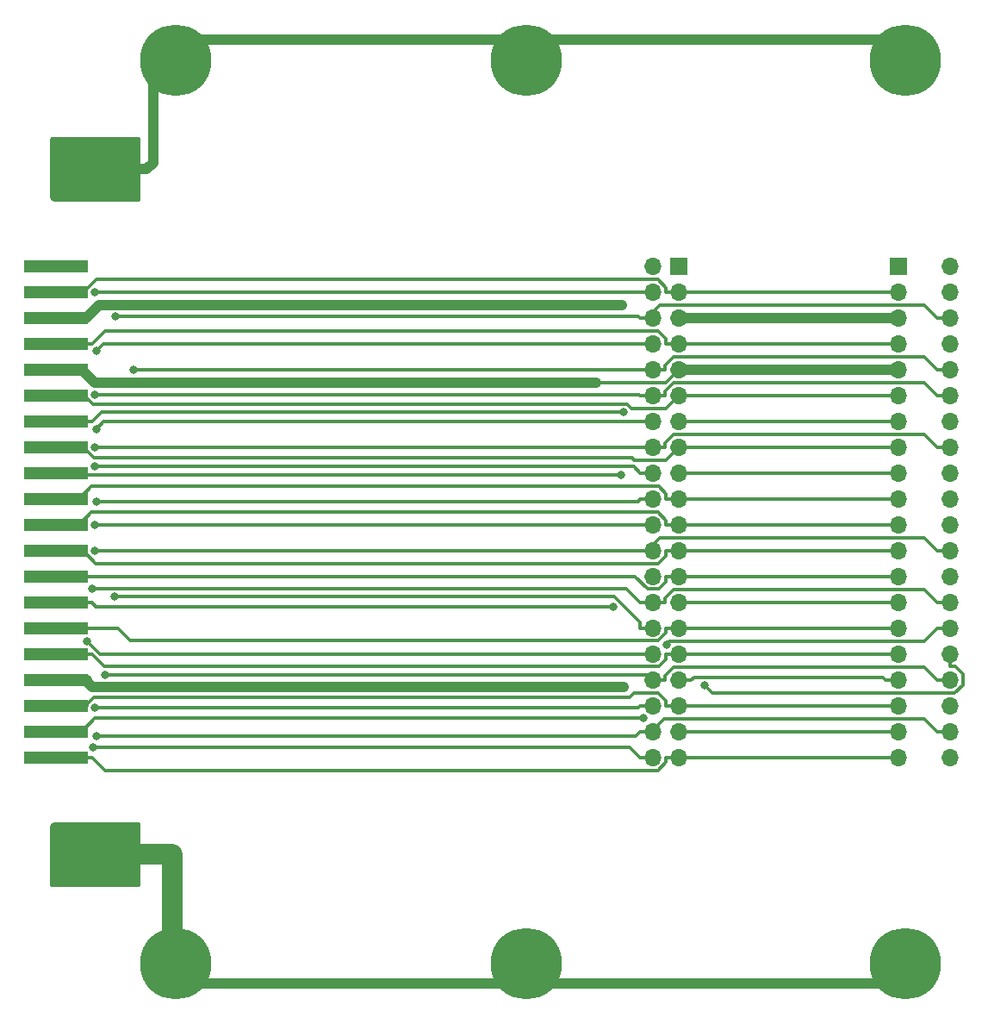
<source format=gtl>
%TF.GenerationSoftware,KiCad,Pcbnew,7.0.10-7.0.10~ubuntu22.04.1*%
%TF.CreationDate,2024-01-31T00:33:20-08:00*%
%TF.ProjectId,r11,7231312e-6b69-4636-9164-5f7063625858,rev?*%
%TF.SameCoordinates,Original*%
%TF.FileFunction,Copper,L1,Top*%
%TF.FilePolarity,Positive*%
%FSLAX46Y46*%
G04 Gerber Fmt 4.6, Leading zero omitted, Abs format (unit mm)*
G04 Created by KiCad (PCBNEW 7.0.10-7.0.10~ubuntu22.04.1) date 2024-01-31 00:33:20*
%MOMM*%
%LPD*%
G01*
G04 APERTURE LIST*
%TA.AperFunction,ConnectorPad*%
%ADD10R,6.350000X1.270000*%
%TD*%
%TA.AperFunction,ComponentPad*%
%ADD11R,1.700000X1.700000*%
%TD*%
%TA.AperFunction,ComponentPad*%
%ADD12O,1.700000X1.700000*%
%TD*%
%TA.AperFunction,ComponentPad*%
%ADD13C,7.000000*%
%TD*%
%TA.AperFunction,ViaPad*%
%ADD14C,0.800000*%
%TD*%
%TA.AperFunction,Conductor*%
%ADD15C,0.350000*%
%TD*%
%TA.AperFunction,Conductor*%
%ADD16C,1.000000*%
%TD*%
%TA.AperFunction,Conductor*%
%ADD17C,2.000000*%
%TD*%
%TA.AperFunction,Conductor*%
%ADD18C,0.500000*%
%TD*%
G04 APERTURE END LIST*
D10*
%TO.P,CMALE,1,Pin_1*%
%TO.N,/a1*%
X56896000Y-42418000D03*
%TO.P,CMALE,3,Pin_3*%
%TO.N,/a3*%
X56896000Y-44958000D03*
%TO.P,CMALE,5,Pin_5*%
%TO.N,/a5*%
X56896000Y-47498000D03*
%TO.P,CMALE,7,Pin_7*%
%TO.N,/a7*%
X56896000Y-50038000D03*
%TO.P,CMALE,9,Pin_9*%
%TO.N,/a9*%
X56896000Y-52578000D03*
%TO.P,CMALE,11,Pin_11*%
%TO.N,/a11*%
X56896000Y-55118000D03*
%TO.P,CMALE,13,Pin_13*%
%TO.N,/a13*%
X56896000Y-57658000D03*
%TO.P,CMALE,15,Pin_15*%
%TO.N,/a15*%
X56896000Y-60198000D03*
%TO.P,CMALE,17,Pin_17*%
%TO.N,/a17*%
X56896000Y-62738000D03*
%TO.P,CMALE,19,Pin_19*%
%TO.N,/a19*%
X56896000Y-65278000D03*
%TO.P,CMALE,21,Pin_21*%
%TO.N,/a21*%
X56896000Y-67818000D03*
%TO.P,CMALE,23,Pin_23*%
%TO.N,/a23*%
X56896000Y-70358000D03*
%TO.P,CMALE,25,Pin_25*%
%TO.N,/a25*%
X56896000Y-72898000D03*
%TO.P,CMALE,27,Pin_27*%
%TO.N,/a27*%
X56896000Y-75438000D03*
%TO.P,CMALE,29,Pin_29*%
%TO.N,/a29*%
X56896000Y-77978000D03*
%TO.P,CMALE,31,Pin_31*%
%TO.N,/a31*%
X56896000Y-80518000D03*
%TO.P,CMALE,33,Pin_33*%
%TO.N,/a33*%
X56896000Y-83058000D03*
%TO.P,CMALE,35,Pin_35*%
%TO.N,/a35*%
X56896000Y-85598000D03*
%TO.P,CMALE,37,Pin_37*%
%TO.N,/a37*%
X56896000Y-88138000D03*
%TO.P,CMALE,39,Pin_39*%
%TO.N,/a39*%
X56896000Y-90678000D03*
%TD*%
D11*
%TO.P,C_FEMALE,1,Pin_1*%
%TO.N,/a1*%
X139700000Y-42418000D03*
D12*
%TO.P,C_FEMALE,2,Pin_2*%
%TO.N,/a2*%
X144780000Y-42418000D03*
%TO.P,C_FEMALE,3,Pin_3*%
%TO.N,/a3*%
X139700000Y-44958000D03*
%TO.P,C_FEMALE,4,Pin_4*%
%TO.N,/a4*%
X144780000Y-44958000D03*
%TO.P,C_FEMALE,5,Pin_5*%
%TO.N,/a5*%
X139700000Y-47498000D03*
%TO.P,C_FEMALE,6,Pin_6*%
%TO.N,/a6*%
X144780000Y-47498000D03*
%TO.P,C_FEMALE,7,Pin_7*%
%TO.N,/a7*%
X139700000Y-50038000D03*
%TO.P,C_FEMALE,8,Pin_8*%
%TO.N,/a8*%
X144780000Y-50038000D03*
%TO.P,C_FEMALE,9,Pin_9*%
%TO.N,/a9*%
X139700000Y-52578000D03*
%TO.P,C_FEMALE,10,Pin_10*%
%TO.N,/a10*%
X144780000Y-52578000D03*
%TO.P,C_FEMALE,11,Pin_11*%
%TO.N,/a11*%
X139700000Y-55118000D03*
%TO.P,C_FEMALE,12,Pin_12*%
%TO.N,/a12*%
X144780000Y-55118000D03*
%TO.P,C_FEMALE,13,Pin_13*%
%TO.N,/a13*%
X139700000Y-57658000D03*
%TO.P,C_FEMALE,14,Pin_14*%
%TO.N,/a14*%
X144780000Y-57658000D03*
%TO.P,C_FEMALE,15,Pin_15*%
%TO.N,/a15*%
X139700000Y-60198000D03*
%TO.P,C_FEMALE,16,Pin_16*%
%TO.N,/a16*%
X144780000Y-60198000D03*
%TO.P,C_FEMALE,17,Pin_17*%
%TO.N,/a17*%
X139700000Y-62738000D03*
%TO.P,C_FEMALE,18,Pin_18*%
%TO.N,/a18*%
X144780000Y-62738000D03*
%TO.P,C_FEMALE,19,Pin_19*%
%TO.N,/a19*%
X139700000Y-65278000D03*
%TO.P,C_FEMALE,20,Pin_20*%
%TO.N,/a20*%
X144780000Y-65278000D03*
%TO.P,C_FEMALE,21,Pin_21*%
%TO.N,/a21*%
X139700000Y-67818000D03*
%TO.P,C_FEMALE,22,Pin_22*%
%TO.N,/a22*%
X144780000Y-67818000D03*
%TO.P,C_FEMALE,23,Pin_23*%
%TO.N,/a23*%
X139700000Y-70358000D03*
%TO.P,C_FEMALE,24,Pin_24*%
%TO.N,/a24*%
X144780000Y-70358000D03*
%TO.P,C_FEMALE,25,Pin_25*%
%TO.N,/a25*%
X139700000Y-72898000D03*
%TO.P,C_FEMALE,26,Pin_26*%
%TO.N,/a26*%
X144780000Y-72898000D03*
%TO.P,C_FEMALE,27,Pin_27*%
%TO.N,/a27*%
X139700000Y-75438000D03*
%TO.P,C_FEMALE,28,Pin_28*%
%TO.N,/a28*%
X144780000Y-75438000D03*
%TO.P,C_FEMALE,29,Pin_29*%
%TO.N,/a29*%
X139700000Y-77978000D03*
%TO.P,C_FEMALE,30,Pin_30*%
%TO.N,/a30*%
X144780000Y-77978000D03*
%TO.P,C_FEMALE,31,Pin_31*%
%TO.N,/a31*%
X139700000Y-80518000D03*
%TO.P,C_FEMALE,32,Pin_32*%
%TO.N,/a32*%
X144780000Y-80518000D03*
%TO.P,C_FEMALE,33,Pin_33*%
%TO.N,/a33*%
X139700000Y-83058000D03*
%TO.P,C_FEMALE,34,Pin_34*%
%TO.N,/a34*%
X144780000Y-83058000D03*
%TO.P,C_FEMALE,35,Pin_35*%
%TO.N,/a35*%
X139700000Y-85598000D03*
%TO.P,C_FEMALE,36,Pin_36*%
%TO.N,/a36*%
X144780000Y-85598000D03*
%TO.P,C_FEMALE,37,Pin_37*%
%TO.N,/a37*%
X139700000Y-88138000D03*
%TO.P,C_FEMALE,38,Pin_38*%
%TO.N,/a38*%
X144780000Y-88138000D03*
%TO.P,C_FEMALE,39,Pin_39*%
%TO.N,/a39*%
X139700000Y-90678000D03*
%TO.P,C_FEMALE,40,Pin_40*%
%TO.N,/a40*%
X144780000Y-90678000D03*
%TD*%
%TO.P,C_EXT,40,Pin_40*%
%TO.N,/a40*%
X115570000Y-90678000D03*
%TO.P,C_EXT,39,Pin_39*%
%TO.N,/a39*%
X118110000Y-90678000D03*
%TO.P,C_EXT,38,Pin_38*%
%TO.N,/a38*%
X115570000Y-88138000D03*
%TO.P,C_EXT,37,Pin_37*%
%TO.N,/a37*%
X118110000Y-88138000D03*
%TO.P,C_EXT,36,Pin_36*%
%TO.N,/a36*%
X115570000Y-85598000D03*
%TO.P,C_EXT,35,Pin_35*%
%TO.N,/a35*%
X118110000Y-85598000D03*
%TO.P,C_EXT,34,Pin_34*%
%TO.N,/a34*%
X115570000Y-83058000D03*
%TO.P,C_EXT,33,Pin_33*%
%TO.N,/a33*%
X118110000Y-83058000D03*
%TO.P,C_EXT,32,Pin_32*%
%TO.N,/a32*%
X115570000Y-80518000D03*
%TO.P,C_EXT,31,Pin_31*%
%TO.N,/a31*%
X118110000Y-80518000D03*
%TO.P,C_EXT,30,Pin_30*%
%TO.N,/a30*%
X115570000Y-77978000D03*
%TO.P,C_EXT,29,Pin_29*%
%TO.N,/a29*%
X118110000Y-77978000D03*
%TO.P,C_EXT,28,Pin_28*%
%TO.N,/a28*%
X115570000Y-75438000D03*
%TO.P,C_EXT,27,Pin_27*%
%TO.N,/a27*%
X118110000Y-75438000D03*
%TO.P,C_EXT,26,Pin_26*%
%TO.N,/a26*%
X115570000Y-72898000D03*
%TO.P,C_EXT,25,Pin_25*%
%TO.N,/a25*%
X118110000Y-72898000D03*
%TO.P,C_EXT,24,Pin_24*%
%TO.N,/a24*%
X115570000Y-70358000D03*
%TO.P,C_EXT,23,Pin_23*%
%TO.N,/a23*%
X118110000Y-70358000D03*
%TO.P,C_EXT,22,Pin_22*%
%TO.N,/a22*%
X115570000Y-67818000D03*
%TO.P,C_EXT,21,Pin_21*%
%TO.N,/a21*%
X118110000Y-67818000D03*
%TO.P,C_EXT,20,Pin_20*%
%TO.N,/a20*%
X115570000Y-65278000D03*
%TO.P,C_EXT,19,Pin_19*%
%TO.N,/a19*%
X118110000Y-65278000D03*
%TO.P,C_EXT,18,Pin_18*%
%TO.N,/a18*%
X115570000Y-62738000D03*
%TO.P,C_EXT,17,Pin_17*%
%TO.N,/a17*%
X118110000Y-62738000D03*
%TO.P,C_EXT,16,Pin_16*%
%TO.N,/a16*%
X115570000Y-60198000D03*
%TO.P,C_EXT,15,Pin_15*%
%TO.N,/a15*%
X118110000Y-60198000D03*
%TO.P,C_EXT,14,Pin_14*%
%TO.N,/a14*%
X115570000Y-57658000D03*
%TO.P,C_EXT,13,Pin_13*%
%TO.N,/a13*%
X118110000Y-57658000D03*
%TO.P,C_EXT,12,Pin_12*%
%TO.N,/a12*%
X115570000Y-55118000D03*
%TO.P,C_EXT,11,Pin_11*%
%TO.N,/a11*%
X118110000Y-55118000D03*
%TO.P,C_EXT,10,Pin_10*%
%TO.N,/a10*%
X115570000Y-52578000D03*
%TO.P,C_EXT,9,Pin_9*%
%TO.N,/a9*%
X118110000Y-52578000D03*
%TO.P,C_EXT,8,Pin_8*%
%TO.N,/a8*%
X115570000Y-50038000D03*
%TO.P,C_EXT,7,Pin_7*%
%TO.N,/a7*%
X118110000Y-50038000D03*
%TO.P,C_EXT,6,Pin_6*%
%TO.N,/a6*%
X115570000Y-47498000D03*
%TO.P,C_EXT,5,Pin_5*%
%TO.N,/a5*%
X118110000Y-47498000D03*
%TO.P,C_EXT,4,Pin_4*%
%TO.N,/a4*%
X115570000Y-44958000D03*
%TO.P,C_EXT,3,Pin_3*%
%TO.N,/a3*%
X118110000Y-44958000D03*
%TO.P,C_EXT,2,Pin_2*%
%TO.N,/a2*%
X115570000Y-42418000D03*
D11*
%TO.P,C_EXT,1,Pin_1*%
%TO.N,/a1*%
X118110000Y-42418000D03*
%TD*%
D13*
%TO.P,GND2,1*%
%TO.N,GND*%
X103106000Y-22148000D03*
%TD*%
%TO.P,GND4,1*%
%TO.N,GND*%
X68706000Y-110948000D03*
%TD*%
%TO.P,GND1,1*%
%TO.N,GND*%
X68706000Y-22148000D03*
%TD*%
%TO.P,GND3,1*%
%TO.N,GND*%
X140356000Y-22148000D03*
%TD*%
%TO.P,GND6,1*%
%TO.N,GND*%
X140356000Y-110948000D03*
%TD*%
%TO.P,GND5,1*%
%TO.N,GND*%
X103106000Y-110948000D03*
%TD*%
D14*
%TO.N,/a40*%
X60556800Y-89636000D03*
%TO.N,/a38*%
X60863100Y-88558400D03*
%TO.N,/a36*%
X60740800Y-85791200D03*
%TO.N,/a34*%
X61722000Y-82550000D03*
%TO.N,/a32*%
X120668100Y-83548500D03*
X59969000Y-79248000D03*
%TO.N,/a30*%
X62703200Y-74825300D03*
X116904100Y-79574200D03*
%TO.N,/a28*%
X60447900Y-74048400D03*
%TO.N,/a24*%
X60702800Y-70396000D03*
%TO.N,/a22*%
X60703000Y-67818000D03*
%TO.N,/a20*%
X60867100Y-65503300D03*
%TO.N,/a18*%
X60735800Y-62103000D03*
%TO.N,/a16*%
X60722000Y-60198000D03*
%TO.N,/a14*%
X60851700Y-58384100D03*
%TO.N,/a12*%
X60702800Y-55002400D03*
%TO.N,/a10*%
X64516000Y-52578000D03*
%TO.N,/a8*%
X60878600Y-50737200D03*
%TO.N,/a6*%
X62738000Y-47308000D03*
%TO.N,/a4*%
X60722000Y-44958000D03*
%TO.N,/a37*%
X114681500Y-86815000D03*
%TO.N,/a33*%
X112741500Y-83732800D03*
%TO.N,/a27*%
X111710500Y-75822900D03*
%TO.N,/a17*%
X112472300Y-62879900D03*
%TO.N,/a13*%
X112741500Y-56745500D03*
%TO.N,/a5*%
X112561200Y-46208000D03*
%TD*%
D15*
%TO.N,/a31*%
X118110000Y-80518000D02*
X116883100Y-80518000D01*
X116883100Y-81026400D02*
X116883100Y-80518000D01*
X116164600Y-81744900D02*
X116883100Y-81026400D01*
X61674800Y-81744900D02*
X116164600Y-81744900D01*
X60447900Y-80518000D02*
X61674800Y-81744900D01*
X56896000Y-80518000D02*
X60447900Y-80518000D01*
%TO.N,/a34*%
X61722000Y-82550000D02*
X115062000Y-82550000D01*
X115062000Y-82550000D02*
X115570000Y-83058000D01*
%TO.N,/a9*%
X110027000Y-53803000D02*
X110072000Y-53848000D01*
X110072000Y-53848000D02*
X116840000Y-53848000D01*
X116840000Y-53848000D02*
X118110000Y-52578000D01*
D16*
X109982000Y-53848000D02*
X60706000Y-53848000D01*
X60706000Y-53848000D02*
X59436000Y-52578000D01*
D15*
%TO.N,/a10*%
X115570000Y-52578000D02*
X64516000Y-52578000D01*
D16*
%TO.N,/a5*%
X112561200Y-46208000D02*
X61140300Y-46208000D01*
X61140300Y-46208000D02*
X59850300Y-47498000D01*
X59850300Y-47498000D02*
X56896000Y-47498000D01*
D15*
%TO.N,/a6*%
X62738000Y-47308000D02*
X114153100Y-47308000D01*
X114153100Y-47308000D02*
X114343100Y-47498000D01*
X114343100Y-47498000D02*
X114956600Y-47498000D01*
%TO.N,/a3*%
X118110000Y-44958000D02*
X116883100Y-44958000D01*
X116883100Y-44958000D02*
X116883100Y-44497900D01*
X116883100Y-44497900D02*
X116073200Y-43688000D01*
X116073200Y-43688000D02*
X60895984Y-43688000D01*
X60895984Y-43688000D02*
X59625984Y-44958000D01*
X59625984Y-44958000D02*
X56896000Y-44958000D01*
%TO.N,/a37*%
X56896000Y-88138000D02*
X59436000Y-88138000D01*
X59436000Y-88138000D02*
X60759000Y-86815000D01*
X60759000Y-86815000D02*
X114681500Y-86815000D01*
%TO.N,/a35*%
X56896000Y-85598000D02*
X59965800Y-85598000D01*
X60650684Y-84785300D02*
X113281000Y-84785300D01*
X59965800Y-85598000D02*
X59965800Y-85470184D01*
X59965800Y-85470184D02*
X60650684Y-84785300D01*
X116883100Y-85598000D02*
X118110000Y-85598000D01*
X113281000Y-84785300D02*
X113738400Y-84327900D01*
X113738400Y-84327900D02*
X116121400Y-84327900D01*
X116121400Y-84327900D02*
X116883100Y-85089600D01*
X116883100Y-85089600D02*
X116883100Y-85598000D01*
D16*
%TO.N,/a33*%
X56896000Y-83058000D02*
X59942300Y-83058000D01*
D15*
X59942300Y-83058000D02*
X59942300Y-83211316D01*
D16*
X59942300Y-83211316D02*
X60463784Y-83732800D01*
X60463784Y-83732800D02*
X112741500Y-83732800D01*
D15*
%TO.N,/a9*%
X59436000Y-52578000D02*
X56896000Y-52578000D01*
%TO.N,/a11*%
X118110000Y-55118000D02*
X116840000Y-56388000D01*
X60572984Y-55968600D02*
X59722384Y-55118000D01*
X59722384Y-55118000D02*
X56896000Y-55118000D01*
X116840000Y-56388000D02*
X113482700Y-56388000D01*
X113482700Y-56388000D02*
X113063300Y-55968600D01*
X113063300Y-55968600D02*
X60572984Y-55968600D01*
%TO.N,/a23*%
X59690000Y-70358000D02*
X59690000Y-70479216D01*
X59690000Y-70479216D02*
X60838784Y-71628000D01*
X60838784Y-71628000D02*
X116121500Y-71628000D01*
X116121500Y-71628000D02*
X116883100Y-70866400D01*
X116883100Y-70866400D02*
X116883100Y-70358000D01*
X116883100Y-70358000D02*
X118110000Y-70358000D01*
%TO.N,/a21*%
X118110000Y-67818000D02*
X116883100Y-67818000D01*
X116883100Y-67818000D02*
X116883100Y-67357900D01*
X116883100Y-67357900D02*
X116102200Y-66577000D01*
X59182000Y-67818000D02*
X56896000Y-67818000D01*
X116102200Y-66577000D02*
X60423000Y-66577000D01*
X60423000Y-66577000D02*
X59182000Y-67818000D01*
%TO.N,/a19*%
X56896000Y-65278000D02*
X59182000Y-65278000D01*
X59182000Y-65278000D02*
X60422100Y-64037900D01*
X60422100Y-64037900D02*
X116151400Y-64037900D01*
X116151400Y-64037900D02*
X116883100Y-64769600D01*
X116883100Y-64769600D02*
X116883100Y-65278000D01*
X116883100Y-65278000D02*
X118110000Y-65278000D01*
%TO.N,/a15*%
X118110000Y-60198000D02*
X116840000Y-61468000D01*
X116840000Y-61468000D02*
X113753100Y-61468000D01*
X113753100Y-61468000D02*
X113524700Y-61239600D01*
X113524700Y-61239600D02*
X60667584Y-61239600D01*
X60667584Y-61239600D02*
X59690000Y-60262016D01*
X59690000Y-60262016D02*
X59690000Y-60198000D01*
%TO.N,/a40*%
X115570000Y-90678000D02*
X114343100Y-90678000D01*
X113301100Y-89636000D02*
X60556800Y-89636000D01*
X114343100Y-90678000D02*
X113301100Y-89636000D01*
%TO.N,/a38*%
X113922700Y-88558400D02*
X114343100Y-88138000D01*
X60863100Y-88558400D02*
X113922700Y-88558400D01*
X115104000Y-88138000D02*
X115402000Y-88138000D01*
X115104000Y-88138000D02*
X114343100Y-88138000D01*
X115570000Y-88138000D02*
X115402000Y-88138000D01*
X142283100Y-86868000D02*
X143553100Y-88138000D01*
X116672000Y-86868000D02*
X142283100Y-86868000D01*
X115402000Y-88138000D02*
X116672000Y-86868000D01*
X144780000Y-88138000D02*
X143553100Y-88138000D01*
%TO.N,/a36*%
X115570000Y-85598000D02*
X114343100Y-85598000D01*
X114149900Y-85791200D02*
X60740800Y-85791200D01*
X114343100Y-85598000D02*
X114149900Y-85791200D01*
%TO.N,/a34*%
X142283100Y-81788000D02*
X143553100Y-83058000D01*
X117606800Y-81788000D02*
X142283100Y-81788000D01*
X116796900Y-82597900D02*
X117606800Y-81788000D01*
X116796900Y-83058000D02*
X116796900Y-82597900D01*
X144780000Y-83058000D02*
X143553100Y-83058000D01*
X116168200Y-83058000D02*
X116796900Y-83058000D01*
X116168200Y-83058000D02*
X115570000Y-83058000D01*
%TO.N,/a32*%
X145288400Y-81744900D02*
X144780000Y-81744900D01*
X146042200Y-82498700D02*
X145288400Y-81744900D01*
X146042200Y-83542300D02*
X146042200Y-82498700D01*
X145256500Y-84328000D02*
X146042200Y-83542300D01*
X121447600Y-84328000D02*
X145256500Y-84328000D01*
X120668100Y-83548500D02*
X121447600Y-84328000D01*
X144780000Y-80518000D02*
X144780000Y-81744900D01*
X61239000Y-80518000D02*
X59969000Y-79248000D01*
X115570000Y-80518000D02*
X61239000Y-80518000D01*
%TO.N,/a30*%
X115570000Y-77978000D02*
X114343100Y-77978000D01*
X142283100Y-79248000D02*
X143553100Y-77978000D01*
X117230300Y-79248000D02*
X142283100Y-79248000D01*
X116904100Y-79574200D02*
X117230300Y-79248000D01*
X144780000Y-77978000D02*
X143553100Y-77978000D01*
X111811600Y-74825300D02*
X62703200Y-74825300D01*
X114343100Y-77356800D02*
X111811600Y-74825300D01*
X114343100Y-77978000D02*
X114343100Y-77356800D01*
%TO.N,/a28*%
X142283100Y-74168000D02*
X143553100Y-75438000D01*
X117606800Y-74168000D02*
X142283100Y-74168000D01*
X116796900Y-74977900D02*
X117606800Y-74168000D01*
X116796900Y-75438000D02*
X116796900Y-74977900D01*
X144780000Y-75438000D02*
X143553100Y-75438000D01*
X116168200Y-75438000D02*
X116796900Y-75438000D01*
X116168200Y-75438000D02*
X115570000Y-75438000D01*
X115570000Y-75438000D02*
X114343100Y-75438000D01*
X112953500Y-74048400D02*
X60447900Y-74048400D01*
X114343100Y-75438000D02*
X112953500Y-74048400D01*
%TO.N,/a24*%
X114305100Y-70396000D02*
X60702800Y-70396000D01*
X114343100Y-70358000D02*
X114305100Y-70396000D01*
X115570000Y-70358000D02*
X114956600Y-70358000D01*
X114956600Y-70358000D02*
X114343100Y-70358000D01*
X142283100Y-69088000D02*
X143553100Y-70358000D01*
X116226600Y-69088000D02*
X142283100Y-69088000D01*
X114956600Y-70358000D02*
X116226600Y-69088000D01*
X144780000Y-70358000D02*
X143553100Y-70358000D01*
%TO.N,/a22*%
X115570000Y-67818000D02*
X60703000Y-67818000D01*
%TO.N,/a20*%
X115570000Y-65278000D02*
X114343100Y-65278000D01*
X114117800Y-65503300D02*
X60867100Y-65503300D01*
X114343100Y-65278000D02*
X114117800Y-65503300D01*
%TO.N,/a18*%
X115570000Y-62738000D02*
X114343100Y-62738000D01*
X113708100Y-62103000D02*
X60735800Y-62103000D01*
X114343100Y-62738000D02*
X113708100Y-62103000D01*
%TO.N,/a16*%
X144780000Y-60198000D02*
X143553100Y-60198000D01*
X115570000Y-60198000D02*
X60722000Y-60198000D01*
X142283100Y-58928000D02*
X143553100Y-60198000D01*
X117606800Y-58928000D02*
X142283100Y-58928000D01*
X116796900Y-59737900D02*
X117606800Y-58928000D01*
X116796900Y-60198000D02*
X116796900Y-59737900D01*
X115570000Y-60198000D02*
X116796900Y-60198000D01*
%TO.N,/a14*%
X115570000Y-57658000D02*
X114343100Y-57658000D01*
X61577800Y-57658000D02*
X114343100Y-57658000D01*
X60851700Y-58384100D02*
X61577800Y-57658000D01*
%TO.N,/a12*%
X114956600Y-55118000D02*
X114343100Y-55118000D01*
X114956600Y-55118000D02*
X115570000Y-55118000D01*
X142283100Y-53848000D02*
X143553100Y-55118000D01*
X117618400Y-53848000D02*
X142283100Y-53848000D01*
X116796900Y-54669500D02*
X117618400Y-53848000D01*
X116796900Y-55118000D02*
X116796900Y-54669500D01*
X115570000Y-55118000D02*
X116796900Y-55118000D01*
X144780000Y-55118000D02*
X143553100Y-55118000D01*
X114227500Y-55002400D02*
X60702800Y-55002400D01*
X114343100Y-55118000D02*
X114227500Y-55002400D01*
%TO.N,/a10*%
X144780000Y-52578000D02*
X143553100Y-52578000D01*
X142283100Y-51308000D02*
X143553100Y-52578000D01*
X117606800Y-51308000D02*
X142283100Y-51308000D01*
X116796900Y-52117900D02*
X117606800Y-51308000D01*
X116796900Y-52578000D02*
X116796900Y-52117900D01*
X115570000Y-52578000D02*
X116796900Y-52578000D01*
%TO.N,/a8*%
X61577800Y-50038000D02*
X60878600Y-50737200D01*
X114343100Y-50038000D02*
X61577800Y-50038000D01*
X115570000Y-50038000D02*
X114343100Y-50038000D01*
%TO.N,/a6*%
X115570000Y-47498000D02*
X114956600Y-47498000D01*
X142283100Y-46228000D02*
X143553100Y-47498000D01*
X116226600Y-46228000D02*
X142283100Y-46228000D01*
X114956600Y-47498000D02*
X116226600Y-46228000D01*
X144780000Y-47498000D02*
X143553100Y-47498000D01*
%TO.N,/a4*%
X115570000Y-44958000D02*
X60722000Y-44958000D01*
%TO.N,/a39*%
X56896000Y-90678000D02*
X60447900Y-90678000D01*
X139700000Y-90678000D02*
X118110000Y-90678000D01*
X61716900Y-91947000D02*
X60447900Y-90678000D01*
X116074200Y-91947000D02*
X61716900Y-91947000D01*
X116883100Y-91138100D02*
X116074200Y-91947000D01*
X116883100Y-90678000D02*
X116883100Y-91138100D01*
X118110000Y-90678000D02*
X116883100Y-90678000D01*
%TO.N,/a37*%
X118110000Y-88138000D02*
X139700000Y-88138000D01*
%TO.N,/a35*%
X139700000Y-85598000D02*
X118110000Y-85598000D01*
%TO.N,/a33*%
X119623300Y-82771600D02*
X119336900Y-83058000D01*
X138186700Y-82771600D02*
X119623300Y-82771600D01*
X138473100Y-83058000D02*
X138186700Y-82771600D01*
X139700000Y-83058000D02*
X138473100Y-83058000D01*
X118110000Y-83058000D02*
X119336900Y-83058000D01*
%TO.N,/a31*%
X139700000Y-80518000D02*
X118110000Y-80518000D01*
%TO.N,/a29*%
X139700000Y-77978000D02*
X118110000Y-77978000D01*
X116883100Y-78400000D02*
X116883100Y-77978000D01*
X116078200Y-79204900D02*
X116883100Y-78400000D01*
X64214800Y-79204900D02*
X116078200Y-79204900D01*
X62987900Y-77978000D02*
X64214800Y-79204900D01*
X56896000Y-77978000D02*
X62987900Y-77978000D01*
X118110000Y-77978000D02*
X116883100Y-77978000D01*
%TO.N,/a27*%
X118110000Y-75438000D02*
X139700000Y-75438000D01*
X60832800Y-75822900D02*
X111710500Y-75822900D01*
X60447900Y-75438000D02*
X60832800Y-75822900D01*
X56896000Y-75438000D02*
X60447900Y-75438000D01*
%TO.N,/a25*%
X139700000Y-72898000D02*
X118110000Y-72898000D01*
X116883100Y-73406400D02*
X116883100Y-72898000D01*
X116164600Y-74124900D02*
X116883100Y-73406400D01*
X115061800Y-74124900D02*
X116164600Y-74124900D01*
X113834900Y-72898000D02*
X115061800Y-74124900D01*
X56896000Y-72898000D02*
X113834900Y-72898000D01*
X118110000Y-72898000D02*
X116883100Y-72898000D01*
%TO.N,/a23*%
X139700000Y-70358000D02*
X118110000Y-70358000D01*
%TO.N,/a21*%
X139700000Y-67818000D02*
X118110000Y-67818000D01*
%TO.N,/a19*%
X139700000Y-65278000D02*
X118110000Y-65278000D01*
%TO.N,/a17*%
X139700000Y-62738000D02*
X118110000Y-62738000D01*
X57037900Y-62879900D02*
X112472300Y-62879900D01*
X56896000Y-62738000D02*
X57037900Y-62879900D01*
%TO.N,/a15*%
X118110000Y-60198000D02*
X139700000Y-60198000D01*
%TO.N,/a13*%
X139700000Y-57658000D02*
X118110000Y-57658000D01*
X61360400Y-56745500D02*
X60447900Y-57658000D01*
X112741500Y-56745500D02*
X61360400Y-56745500D01*
X56896000Y-57658000D02*
X60447900Y-57658000D01*
%TO.N,/a11*%
X118110000Y-55118000D02*
X139700000Y-55118000D01*
D16*
%TO.N,/a9*%
X118110000Y-52578000D02*
X139700000Y-52578000D01*
D15*
%TO.N,/a7*%
X139700000Y-50038000D02*
X118110000Y-50038000D01*
X116883100Y-49529600D02*
X116883100Y-50038000D01*
X116121500Y-48768000D02*
X116883100Y-49529600D01*
X61717900Y-48768000D02*
X116121500Y-48768000D01*
X60447900Y-50038000D02*
X61717900Y-48768000D01*
X56896000Y-50038000D02*
X60447900Y-50038000D01*
X118110000Y-50038000D02*
X116883100Y-50038000D01*
D16*
%TO.N,/a5*%
X118110000Y-47498000D02*
X139700000Y-47498000D01*
D15*
%TO.N,/a3*%
X139700000Y-44958000D02*
X118110000Y-44958000D01*
D16*
%TO.N,GND*%
X70661000Y-112903000D02*
X68706000Y-110948000D01*
X101151000Y-112903000D02*
X70661000Y-112903000D01*
X103106000Y-110948000D02*
X101151000Y-112903000D01*
X103271000Y-110783000D02*
X103106000Y-110948000D01*
X101886000Y-23368000D02*
X103106000Y-22148000D01*
X103056000Y-22098000D02*
X103106000Y-22148000D01*
D17*
X68346000Y-110588000D02*
X68706000Y-110948000D01*
X68346000Y-100203000D02*
X68346000Y-110588000D01*
X61361000Y-100203000D02*
X68346000Y-100203000D01*
X103106000Y-110948000D02*
X102686000Y-110948000D01*
D16*
X138401000Y-112903000D02*
X140356000Y-110948000D01*
X105061000Y-112903000D02*
X138401000Y-112903000D01*
X103106000Y-110948000D02*
X105061000Y-112903000D01*
X138401000Y-20193000D02*
X140356000Y-22148000D01*
X105061000Y-20193000D02*
X138401000Y-20193000D01*
X103106000Y-22148000D02*
X105061000Y-20193000D01*
X101786000Y-20828000D02*
X103056000Y-22098000D01*
X103056000Y-22098000D02*
X103106000Y-22148000D01*
X102636000Y-20193000D02*
X101151000Y-20193000D01*
X101151000Y-20193000D02*
X70886000Y-20193000D01*
D18*
X101151000Y-20193000D02*
X101786000Y-20828000D01*
D16*
X65806000Y-32893000D02*
X61996000Y-32893000D01*
X66441000Y-32258000D02*
X65806000Y-32893000D01*
X66441000Y-23468000D02*
X66441000Y-32258000D01*
X67761000Y-22148000D02*
X66441000Y-23468000D01*
X68706000Y-22148000D02*
X67761000Y-22148000D01*
D18*
X68931000Y-22148000D02*
X70886000Y-20193000D01*
X68706000Y-22148000D02*
X68931000Y-22148000D01*
%TD*%
%TA.AperFunction,Conductor*%
%TO.N,GND*%
G36*
X65113121Y-97048002D02*
G01*
X65159614Y-97101658D01*
X65171000Y-97154000D01*
X65171000Y-103252000D01*
X65150998Y-103320121D01*
X65097342Y-103366614D01*
X65045000Y-103378000D01*
X56496779Y-103378000D01*
X56428658Y-103357998D01*
X56390091Y-103319035D01*
X56371120Y-103288842D01*
X56361399Y-103270025D01*
X56339698Y-103217634D01*
X56337186Y-103211054D01*
X56325895Y-103178785D01*
X56319907Y-103153635D01*
X56309611Y-103075429D01*
X56309338Y-103073190D01*
X56307292Y-103055023D01*
X56306500Y-103040922D01*
X56306500Y-97555076D01*
X56307292Y-97540971D01*
X56309338Y-97522809D01*
X56309624Y-97520469D01*
X56319907Y-97442361D01*
X56325893Y-97417218D01*
X56337194Y-97384921D01*
X56339684Y-97378399D01*
X56361404Y-97325961D01*
X56371115Y-97307164D01*
X56391318Y-97275012D01*
X56398034Y-97265358D01*
X56430451Y-97223111D01*
X56441298Y-97210743D01*
X56468743Y-97183298D01*
X56481111Y-97172451D01*
X56523363Y-97140030D01*
X56533012Y-97133318D01*
X56565164Y-97113115D01*
X56583961Y-97103404D01*
X56636399Y-97081684D01*
X56642921Y-97079194D01*
X56675218Y-97067893D01*
X56700361Y-97061907D01*
X56778521Y-97051617D01*
X56780759Y-97051344D01*
X56798971Y-97049291D01*
X56813076Y-97048500D01*
X62280842Y-97048500D01*
X62280985Y-97048528D01*
X62280986Y-97048524D01*
X62305997Y-97048539D01*
X62306000Y-97048541D01*
X62306383Y-97048383D01*
X62306383Y-97048381D01*
X62329653Y-97038783D01*
X62331131Y-97042367D01*
X62352132Y-97030890D01*
X62378964Y-97028000D01*
X65045000Y-97028000D01*
X65113121Y-97048002D01*
G37*
%TD.AperFunction*%
%TD*%
%TA.AperFunction,Conductor*%
%TO.N,GND*%
G36*
X65113121Y-29738002D02*
G01*
X65159614Y-29791658D01*
X65171000Y-29844000D01*
X65171000Y-35942000D01*
X65150998Y-36010121D01*
X65097342Y-36056614D01*
X65045000Y-36068000D01*
X62378949Y-36068000D01*
X62331005Y-36053922D01*
X62329654Y-36057204D01*
X62306305Y-36047584D01*
X62306096Y-36047498D01*
X62306002Y-36047459D01*
X62281048Y-36047459D01*
X62280842Y-36047500D01*
X56813075Y-36047500D01*
X56798963Y-36046707D01*
X56780828Y-36044663D01*
X56778494Y-36044378D01*
X56700371Y-36034093D01*
X56675200Y-36028100D01*
X56642965Y-36016820D01*
X56636364Y-36014300D01*
X56583975Y-35992600D01*
X56565158Y-35982879D01*
X56533027Y-35962690D01*
X56523358Y-35955964D01*
X56481118Y-35923552D01*
X56468727Y-35912685D01*
X56441313Y-35885271D01*
X56430446Y-35872880D01*
X56398034Y-35830640D01*
X56391308Y-35820971D01*
X56371119Y-35788840D01*
X56361400Y-35770028D01*
X56339694Y-35717624D01*
X56337186Y-35711054D01*
X56325895Y-35678785D01*
X56319907Y-35653635D01*
X56309611Y-35575429D01*
X56309338Y-35573190D01*
X56307292Y-35555023D01*
X56306500Y-35540922D01*
X56306500Y-30055076D01*
X56307292Y-30040971D01*
X56309338Y-30022809D01*
X56309624Y-30020469D01*
X56319907Y-29942361D01*
X56325893Y-29917218D01*
X56337194Y-29884921D01*
X56339684Y-29878399D01*
X56361405Y-29825961D01*
X56371115Y-29807164D01*
X56390092Y-29776962D01*
X56443269Y-29729927D01*
X56496778Y-29718000D01*
X65045000Y-29718000D01*
X65113121Y-29738002D01*
G37*
%TD.AperFunction*%
%TD*%
M02*

</source>
